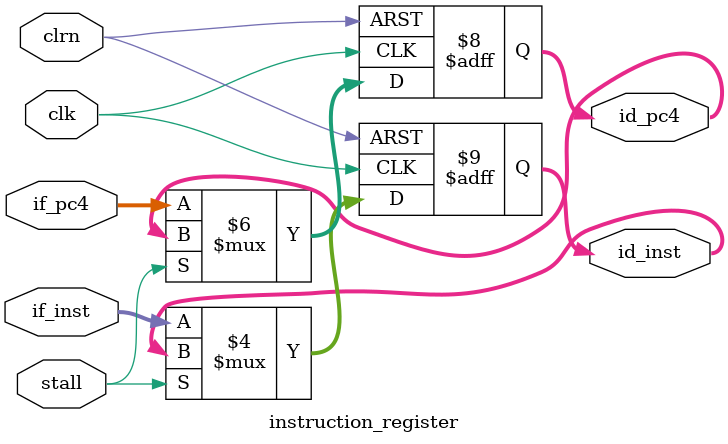
<source format=v>
`timescale 1ns / 1ps
module instruction_register(if_pc4,if_inst,clk,clrn,id_pc4,id_inst,stall
    );
	 input [31:0] if_pc4,if_inst;
	 input clk,clrn;
	 input stall;
	 output [31:0] id_pc4,id_inst;
	 
	 reg [31:0] id_pc4,id_inst;
	 
	 always @(posedge clk or negedge clrn)
		 if(clrn == 0)
			 begin
				 id_pc4<=0;
				 id_inst<=0;
			 end
		 else
			 begin
				if(stall==0)
					begin
						id_pc4<=if_pc4;
						id_inst<=if_inst;
					end
			 end

endmodule
</source>
